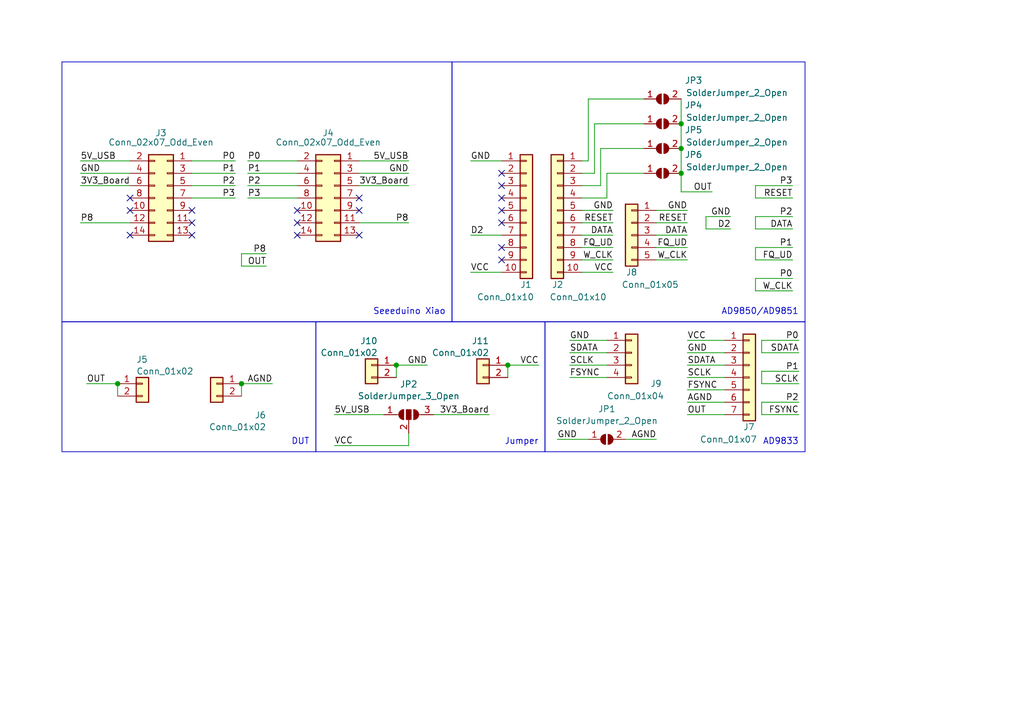
<source format=kicad_sch>
(kicad_sch (version 20230121) (generator eeschema)
  (paper "A5")
  (lib_symbols
    (symbol "Connector_Generic:Conn_01x02" (pin_names (offset 1.016) hide)
      (property "Reference" "J" (at 0 2.54 0))
      (property "Value" "Conn_01x02" (at 0 -5.08 0))
      (symbol "Conn_01x02_1_1"
        (rectangle (start -1.27 -2.413) (end 0 -2.667) (stroke (width 0.1524)))
        (rectangle (start -1.27 0.127) (end 0 -0.127) (stroke (width 0.1524)))
        (rectangle (start -1.27 1.27) (end 1.27 -3.81) (stroke (width 0.254)) (fill (type background)))
        (pin passive line (at -5.08 0 0) (length 3.81) (name "Pin_1") (number "1"))
        (pin passive line (at -5.08 -2.54 0) (length 3.81) (name "Pin_2") (number "2"))
      )
    )
    (symbol "Connector_Generic:Conn_01x04" (pin_names (offset 1.016) hide)
      (property "Reference" "J" (at 0 5.08 0))
      (property "Value" "Conn_01x04" (at 0 -7.62 0))
      (symbol "Conn_01x04_1_1"
        (rectangle (start -1.27 -4.953) (end 0 -5.207) (stroke (width 0.1524)))
        (rectangle (start -1.27 -2.413) (end 0 -2.667) (stroke (width 0.1524)))
        (rectangle (start -1.27 0.127) (end 0 -0.127) (stroke (width 0.1524)))
        (rectangle (start -1.27 2.667) (end 0 2.413) (stroke (width 0.1524)))
        (rectangle (start -1.27 3.81) (end 1.27 -6.35) (stroke (width 0.254)) (fill (type background)))
        (pin passive line (at -5.08 2.54 0) (length 3.81) (name "Pin_1") (number "1"))
        (pin passive line (at -5.08 0 0) (length 3.81) (name "Pin_2") (number "2"))
        (pin passive line (at -5.08 -2.54 0) (length 3.81) (name "Pin_3") (number "3"))
        (pin passive line (at -5.08 -5.08 0) (length 3.81) (name "Pin_4") (number "4"))
      )
    )
    (symbol "Connector_Generic:Conn_01x05" (pin_names (offset 1.016) hide)
      (property "Reference" "J" (at 0 7.62 0))
      (property "Value" "Conn_01x05" (at 0 -7.62 0))
      (symbol "Conn_01x05_1_1"
        (rectangle (start -1.27 -4.953) (end 0 -5.207) (stroke (width 0.1524)))
        (rectangle (start -1.27 -2.413) (end 0 -2.667) (stroke (width 0.1524)))
        (rectangle (start -1.27 0.127) (end 0 -0.127) (stroke (width 0.1524)))
        (rectangle (start -1.27 2.667) (end 0 2.413) (stroke (width 0.1524)))
        (rectangle (start -1.27 5.207) (end 0 4.953) (stroke (width 0.1524)))
        (rectangle (start -1.27 6.35) (end 1.27 -6.35) (stroke (width 0.254)) (fill (type background)))
        (pin passive line (at -5.08 5.08 0) (length 3.81) (name "Pin_1") (number "1"))
        (pin passive line (at -5.08 2.54 0) (length 3.81) (name "Pin_2") (number "2"))
        (pin passive line (at -5.08 0 0) (length 3.81) (name "Pin_3") (number "3"))
        (pin passive line (at -5.08 -2.54 0) (length 3.81) (name "Pin_4") (number "4"))
        (pin passive line (at -5.08 -5.08 0) (length 3.81) (name "Pin_5") (number "5"))
      )
    )
    (symbol "Connector_Generic:Conn_01x07" (pin_names (offset 1.016) hide)
      (property "Reference" "J" (at 0 10.16 0))
      (property "Value" "Conn_01x07" (at 0 -10.16 0))
      (symbol "Conn_01x07_1_1"
        (rectangle (start -1.27 -7.493) (end 0 -7.747) (stroke (width 0.1524)))
        (rectangle (start -1.27 -4.953) (end 0 -5.207) (stroke (width 0.1524)))
        (rectangle (start -1.27 -2.413) (end 0 -2.667) (stroke (width 0.1524)))
        (rectangle (start -1.27 0.127) (end 0 -0.127) (stroke (width 0.1524)))
        (rectangle (start -1.27 2.667) (end 0 2.413) (stroke (width 0.1524)))
        (rectangle (start -1.27 5.207) (end 0 4.953) (stroke (width 0.1524)))
        (rectangle (start -1.27 7.747) (end 0 7.493) (stroke (width 0.1524)))
        (rectangle (start -1.27 8.89) (end 1.27 -8.89) (stroke (width 0.254)) (fill (type background)))
        (pin passive line (at -5.08 7.62 0) (length 3.81) (name "Pin_1") (number "1"))
        (pin passive line (at -5.08 5.08 0) (length 3.81) (name "Pin_2") (number "2"))
        (pin passive line (at -5.08 2.54 0) (length 3.81) (name "Pin_3") (number "3"))
        (pin passive line (at -5.08 0 0) (length 3.81) (name "Pin_4") (number "4"))
        (pin passive line (at -5.08 -2.54 0) (length 3.81) (name "Pin_5") (number "5"))
        (pin passive line (at -5.08 -5.08 0) (length 3.81) (name "Pin_6") (number "6"))
        (pin passive line (at -5.08 -7.62 0) (length 3.81) (name "Pin_7") (number "7"))
      )
    )
    (symbol "Connector_Generic:Conn_01x10" (pin_names (offset 1.016) hide)
      (property "Reference" "J" (at 0 12.7 0))
      (property "Value" "Conn_01x10" (at 0 -15.24 0))
      (symbol "Conn_01x10_1_1"
        (rectangle (start -1.27 -12.573) (end 0 -12.827) (stroke (width 0.1524)))
        (rectangle (start -1.27 -10.033) (end 0 -10.287) (stroke (width 0.1524)))
        (rectangle (start -1.27 -7.493) (end 0 -7.747) (stroke (width 0.1524)))
        (rectangle (start -1.27 -4.953) (end 0 -5.207) (stroke (width 0.1524)))
        (rectangle (start -1.27 -2.413) (end 0 -2.667) (stroke (width 0.1524)))
        (rectangle (start -1.27 0.127) (end 0 -0.127) (stroke (width 0.1524)))
        (rectangle (start -1.27 2.667) (end 0 2.413) (stroke (width 0.1524)))
        (rectangle (start -1.27 5.207) (end 0 4.953) (stroke (width 0.1524)))
        (rectangle (start -1.27 7.747) (end 0 7.493) (stroke (width 0.1524)))
        (rectangle (start -1.27 10.287) (end 0 10.033) (stroke (width 0.1524)))
        (rectangle (start -1.27 11.43) (end 1.27 -13.97) (stroke (width 0.254)) (fill (type background)))
        (pin passive line (at -5.08 10.16 0) (length 3.81) (name "Pin_1") (number "1"))
        (pin passive line (at -5.08 -12.7 0) (length 3.81) (name "Pin_10") (number "10"))
        (pin passive line (at -5.08 7.62 0) (length 3.81) (name "Pin_2") (number "2"))
        (pin passive line (at -5.08 5.08 0) (length 3.81) (name "Pin_3") (number "3"))
        (pin passive line (at -5.08 2.54 0) (length 3.81) (name "Pin_4") (number "4"))
        (pin passive line (at -5.08 0 0) (length 3.81) (name "Pin_5") (number "5"))
        (pin passive line (at -5.08 -2.54 0) (length 3.81) (name "Pin_6") (number "6"))
        (pin passive line (at -5.08 -5.08 0) (length 3.81) (name "Pin_7") (number "7"))
        (pin passive line (at -5.08 -7.62 0) (length 3.81) (name "Pin_8") (number "8"))
        (pin passive line (at -5.08 -10.16 0) (length 3.81) (name "Pin_9") (number "9"))
      )
    )
    (symbol "Connector_Generic:Conn_02x07_Odd_Even" (pin_names (offset 1.016) hide)
      (property "Reference" "J" (at 1.27 10.16 0))
      (property "Value" "Conn_02x07_Odd_Even" (at 1.27 -10.16 0))
      (symbol "Conn_02x07_Odd_Even_1_1"
        (rectangle (start -1.27 -7.493) (end 0 -7.747) (stroke (width 0.1524)))
        (rectangle (start -1.27 -4.953) (end 0 -5.207) (stroke (width 0.1524)))
        (rectangle (start -1.27 -2.413) (end 0 -2.667) (stroke (width 0.1524)))
        (rectangle (start -1.27 0.127) (end 0 -0.127) (stroke (width 0.1524)))
        (rectangle (start -1.27 2.667) (end 0 2.413) (stroke (width 0.1524)))
        (rectangle (start -1.27 5.207) (end 0 4.953) (stroke (width 0.1524)))
        (rectangle (start -1.27 7.747) (end 0 7.493) (stroke (width 0.1524)))
        (rectangle (start -1.27 8.89) (end 3.81 -8.89) (stroke (width 0.254)) (fill (type background)))
        (rectangle (start 3.81 -7.493) (end 2.54 -7.747) (stroke (width 0.1524)))
        (rectangle (start 3.81 -4.953) (end 2.54 -5.207) (stroke (width 0.1524)))
        (rectangle (start 3.81 -2.413) (end 2.54 -2.667) (stroke (width 0.1524)))
        (rectangle (start 3.81 0.127) (end 2.54 -0.127) (stroke (width 0.1524)))
        (rectangle (start 3.81 2.667) (end 2.54 2.413) (stroke (width 0.1524)))
        (rectangle (start 3.81 5.207) (end 2.54 4.953) (stroke (width 0.1524)))
        (rectangle (start 3.81 7.747) (end 2.54 7.493) (stroke (width 0.1524)))
        (pin passive line (at -5.08 7.62 0) (length 3.81) (name "Pin_1") (number "1"))
        (pin passive line (at 7.62 -2.54 180) (length 3.81) (name "Pin_10") (number "10"))
        (pin passive line (at -5.08 -5.08 0) (length 3.81) (name "Pin_11") (number "11"))
        (pin passive line (at 7.62 -5.08 180) (length 3.81) (name "Pin_12") (number "12"))
        (pin passive line (at -5.08 -7.62 0) (length 3.81) (name "Pin_13") (number "13"))
        (pin passive line (at 7.62 -7.62 180) (length 3.81) (name "Pin_14") (number "14"))
        (pin passive line (at 7.62 7.62 180) (length 3.81) (name "Pin_2") (number "2"))
        (pin passive line (at -5.08 5.08 0) (length 3.81) (name "Pin_3") (number "3"))
        (pin passive line (at 7.62 5.08 180) (length 3.81) (name "Pin_4") (number "4"))
        (pin passive line (at -5.08 2.54 0) (length 3.81) (name "Pin_5") (number "5"))
        (pin passive line (at 7.62 2.54 180) (length 3.81) (name "Pin_6") (number "6"))
        (pin passive line (at -5.08 0 0) (length 3.81) (name "Pin_7") (number "7"))
        (pin passive line (at 7.62 0 180) (length 3.81) (name "Pin_8") (number "8"))
        (pin passive line (at -5.08 -2.54 0) (length 3.81) (name "Pin_9") (number "9"))
      )
    )
    (symbol "Jumper:SolderJumper_2_Open" (pin_names (offset 0) hide)
      (property "Reference" "JP" (at 0 2.032 0))
      (property "Value" "SolderJumper_2_Open" (at 0 -2.54 0))
      (symbol "SolderJumper_2_Open_0_1"
        (arc (start -0.254 1.016) (mid -1.2656 0) (end -0.254 -1.016))
        (arc (start -0.254 1.016) (mid -1.2656 0) (end -0.254 -1.016) (fill (type outline)))
        (polyline (pts (xy -0.254 1.016) (xy -0.254 -1.016)))
        (polyline (pts (xy 0.254 1.016) (xy 0.254 -1.016)))
        (arc (start 0.254 -1.016) (mid 1.2656 0) (end 0.254 1.016))
        (arc (start 0.254 -1.016) (mid 1.2656 0) (end 0.254 1.016) (fill (type outline)))
      )
      (symbol "SolderJumper_2_Open_1_1"
        (pin passive line (at -3.81 0 0) (length 2.54) (name "A") (number "1"))
        (pin passive line (at 3.81 0 180) (length 2.54) (name "B") (number "2"))
      )
    )
    (symbol "Jumper:SolderJumper_3_Open" (pin_names (offset 0) hide)
      (property "Reference" "JP" (at -2.54 -2.54 0))
      (property "Value" "SolderJumper_3_Open" (at 0 2.794 0))
      (symbol "SolderJumper_3_Open_0_1"
        (arc (start -1.016 1.016) (mid -2.0276 0) (end -1.016 -1.016))
        (arc (start -1.016 1.016) (mid -2.0276 0) (end -1.016 -1.016) (fill (type outline)))
        (rectangle (start -0.508 1.016) (end 0.508 -1.016) (fill (type outline)))
        (polyline (pts (xy -2.54 0) (xy -2.032 0)))
        (polyline (pts (xy -1.016 1.016) (xy -1.016 -1.016)))
        (polyline (pts (xy 0 -1.27) (xy 0 -1.016)))
        (polyline (pts (xy 1.016 1.016) (xy 1.016 -1.016)))
        (polyline (pts (xy 2.54 0) (xy 2.032 0)))
        (arc (start 1.016 -1.016) (mid 2.0276 0) (end 1.016 1.016))
        (arc (start 1.016 -1.016) (mid 2.0276 0) (end 1.016 1.016) (fill (type outline)))
      )
      (symbol "SolderJumper_3_Open_1_1"
        (pin passive line (at -5.08 0 0) (length 2.54) (name "A") (number "1"))
        (pin passive line (at 0 -3.81 90) (length 2.54) (name "C") (number "2"))
        (pin passive line (at 5.08 0 180) (length 2.54) (name "B") (number "3"))
      )
    )
  )
  (junction (at 139.7 35.56))
  (junction (at 49.53 78.74))
  (junction (at 104.14 74.93))
  (junction (at 139.7 25.4))
  (junction (at 24.13 78.74))
  (junction (at 81.28 74.93))
  (junction (at 139.7 30.48))
  (no_connect (at 39.37 45.72))
  (no_connect (at 60.96 48.26))
  (no_connect (at 26.67 48.26))
  (no_connect (at 73.66 43.18))
  (no_connect (at 60.96 43.18))
  (no_connect (at 102.87 50.8))
  (no_connect (at 102.87 45.72))
  (no_connect (at 102.87 35.56))
  (no_connect (at 102.87 53.34))
  (no_connect (at 39.37 48.26))
  (no_connect (at 73.66 48.26))
  (no_connect (at 102.87 38.1))
  (no_connect (at 73.66 40.64))
  (no_connect (at 39.37 43.18))
  (no_connect (at 102.87 43.18))
  (no_connect (at 102.87 40.64))
  (no_connect (at 60.96 45.72))
  (no_connect (at 26.67 43.18))
  (no_connect (at 26.67 40.64))
  (wire (pts (xy 154.94 44.45) (xy 162.56 44.45)))
  (wire (pts (xy 119.38 43.18) (xy 125.73 43.18)))
  (wire (pts (xy 144.78 46.99) (xy 144.78 44.45)))
  (wire (pts (xy 104.14 74.93) (xy 104.14 77.47)))
  (wire (pts (xy 163.83 85.09) (xy 156.21 85.09)))
  (wire (pts (xy 119.38 55.88) (xy 125.73 55.88)))
  (wire (pts (xy 81.28 74.93) (xy 87.63 74.93)))
  (wire (pts (xy 140.97 74.93) (xy 148.59 74.93)))
  (wire (pts (xy 154.94 46.99) (xy 154.94 44.45)))
  (wire (pts (xy 139.7 25.4) (xy 139.7 30.48)))
  (wire (pts (xy 73.66 38.1) (xy 83.82 38.1)))
  (wire (pts (xy 96.52 48.26) (xy 102.87 48.26)))
  (wire (pts (xy 49.53 54.61) (xy 49.53 52.07)))
  (wire (pts (xy 39.37 33.02) (xy 48.26 33.02)))
  (wire (pts (xy 139.7 39.37) (xy 139.7 35.56)))
  (wire (pts (xy 119.38 40.64) (xy 124.46 40.64)))
  (wire (pts (xy 68.58 91.44) (xy 83.82 91.44)))
  (wire (pts (xy 16.51 38.1) (xy 26.67 38.1)))
  (wire (pts (xy 121.92 25.4) (xy 132.08 25.4)))
  (wire (pts (xy 120.65 20.32) (xy 132.08 20.32)))
  (wire (pts (xy 54.61 54.61) (xy 49.53 54.61)))
  (wire (pts (xy 114.3 90.17) (xy 120.65 90.17)))
  (wire (pts (xy 154.94 59.69) (xy 154.94 57.15)))
  (wire (pts (xy 50.8 35.56) (xy 60.96 35.56)))
  (wire (pts (xy 128.27 90.17) (xy 134.62 90.17)))
  (wire (pts (xy 116.84 77.47) (xy 124.46 77.47)))
  (wire (pts (xy 96.52 55.88) (xy 102.87 55.88)))
  (wire (pts (xy 121.92 35.56) (xy 121.92 25.4)))
  (wire (pts (xy 16.51 35.56) (xy 26.67 35.56)))
  (wire (pts (xy 134.62 53.34) (xy 140.97 53.34)))
  (wire (pts (xy 81.28 74.93) (xy 81.28 77.47)))
  (wire (pts (xy 156.21 72.39) (xy 156.21 69.85)))
  (wire (pts (xy 50.8 33.02) (xy 60.96 33.02)))
  (wire (pts (xy 156.21 69.85) (xy 163.83 69.85)))
  (wire (pts (xy 83.82 91.44) (xy 83.82 88.9)))
  (wire (pts (xy 163.83 72.39) (xy 156.21 72.39)))
  (wire (pts (xy 146.05 39.37) (xy 139.7 39.37)))
  (wire (pts (xy 50.8 38.1) (xy 60.96 38.1)))
  (wire (pts (xy 140.97 82.55) (xy 148.59 82.55)))
  (wire (pts (xy 156.21 76.2) (xy 163.83 76.2)))
  (wire (pts (xy 156.21 82.55) (xy 163.83 82.55)))
  (wire (pts (xy 163.83 78.74) (xy 156.21 78.74)))
  (wire (pts (xy 68.58 85.09) (xy 78.74 85.09)))
  (wire (pts (xy 139.7 20.32) (xy 139.7 25.4)))
  (wire (pts (xy 119.38 35.56) (xy 121.92 35.56)))
  (wire (pts (xy 123.19 38.1) (xy 123.19 30.48)))
  (wire (pts (xy 88.9 85.09) (xy 100.33 85.09)))
  (wire (pts (xy 96.52 33.02) (xy 102.87 33.02)))
  (wire (pts (xy 123.19 30.48) (xy 132.08 30.48)))
  (wire (pts (xy 162.56 59.69) (xy 154.94 59.69)))
  (wire (pts (xy 49.53 78.74) (xy 49.53 81.28)))
  (wire (pts (xy 39.37 40.64) (xy 48.26 40.64)))
  (wire (pts (xy 140.97 72.39) (xy 148.59 72.39)))
  (wire (pts (xy 73.66 35.56) (xy 83.82 35.56)))
  (wire (pts (xy 119.38 45.72) (xy 125.73 45.72)))
  (wire (pts (xy 154.94 57.15) (xy 162.56 57.15)))
  (wire (pts (xy 119.38 48.26) (xy 125.73 48.26)))
  (wire (pts (xy 119.38 38.1) (xy 123.19 38.1)))
  (wire (pts (xy 104.14 74.93) (xy 110.49 74.93)))
  (wire (pts (xy 154.94 40.64) (xy 154.94 38.1)))
  (wire (pts (xy 119.38 53.34) (xy 125.73 53.34)))
  (wire (pts (xy 116.84 72.39) (xy 124.46 72.39)))
  (wire (pts (xy 140.97 69.85) (xy 148.59 69.85)))
  (wire (pts (xy 134.62 43.18) (xy 140.97 43.18)))
  (wire (pts (xy 119.38 33.02) (xy 120.65 33.02)))
  (wire (pts (xy 73.66 33.02) (xy 83.82 33.02)))
  (wire (pts (xy 134.62 48.26) (xy 140.97 48.26)))
  (wire (pts (xy 139.7 30.48) (xy 139.7 35.56)))
  (wire (pts (xy 149.86 46.99) (xy 144.78 46.99)))
  (wire (pts (xy 162.56 46.99) (xy 154.94 46.99)))
  (wire (pts (xy 134.62 50.8) (xy 140.97 50.8)))
  (wire (pts (xy 154.94 50.8) (xy 162.56 50.8)))
  (wire (pts (xy 140.97 80.01) (xy 148.59 80.01)))
  (wire (pts (xy 134.62 45.72) (xy 140.97 45.72)))
  (wire (pts (xy 154.94 53.34) (xy 154.94 50.8)))
  (wire (pts (xy 16.51 45.72) (xy 26.67 45.72)))
  (wire (pts (xy 120.65 33.02) (xy 120.65 20.32)))
  (wire (pts (xy 39.37 35.56) (xy 48.26 35.56)))
  (wire (pts (xy 49.53 78.74) (xy 55.88 78.74)))
  (wire (pts (xy 116.84 69.85) (xy 124.46 69.85)))
  (wire (pts (xy 119.38 50.8) (xy 125.73 50.8)))
  (wire (pts (xy 39.37 38.1) (xy 48.26 38.1)))
  (wire (pts (xy 162.56 40.64) (xy 154.94 40.64)))
  (wire (pts (xy 16.51 33.02) (xy 26.67 33.02)))
  (wire (pts (xy 140.97 77.47) (xy 148.59 77.47)))
  (wire (pts (xy 83.82 45.72) (xy 73.66 45.72)))
  (wire (pts (xy 154.94 38.1) (xy 162.56 38.1)))
  (wire (pts (xy 49.53 52.07) (xy 54.61 52.07)))
  (wire (pts (xy 144.78 44.45) (xy 149.86 44.45)))
  (wire (pts (xy 116.84 74.93) (xy 124.46 74.93)))
  (wire (pts (xy 156.21 78.74) (xy 156.21 76.2)))
  (wire (pts (xy 50.8 40.64) (xy 60.96 40.64)))
  (wire (pts (xy 140.97 85.09) (xy 148.59 85.09)))
  (wire (pts (xy 124.46 35.56) (xy 132.08 35.56)))
  (wire (pts (xy 17.78 78.74) (xy 24.13 78.74)))
  (wire (pts (xy 124.46 40.64) (xy 124.46 35.56)))
  (wire (pts (xy 156.21 85.09) (xy 156.21 82.55)))
  (wire (pts (xy 162.56 53.34) (xy 154.94 53.34)))
  (wire (pts (xy 24.13 78.74) (xy 24.13 81.28)))
  (rectangle (start 111.76 66.04) (end 165.1 92.71))
  (rectangle (start 64.77 66.04) (end 111.76 92.71))
  (rectangle (start 12.7 66.04) (end 64.77 92.71))
  (rectangle (start 92.71 12.7) (end 165.1 66.04))
  (rectangle (start 12.7 12.7) (end 92.71 66.04))
  (text "Jumper" (at 110.49 91.44 0) (effects (font (size 1.27 1.27)) (justify right bottom)))
  (text "AD9833" (at 163.83 91.44 0) (effects (font (size 1.27 1.27)) (justify right bottom)))
  (text "AD9850/AD9851" (at 163.83 64.77 0) (effects (font (size 1.27 1.27)) (justify right bottom)))
  (text "DUT" (at 63.5 91.44 0) (effects (font (size 1.27 1.27)) (justify right bottom)))
  (text "Seeeduino Xiao" (at 91.44 64.77 0) (effects (font (size 1.27 1.27)) (justify right bottom)))
  (label "P3" (at 162.56 38.1 180))
  (label "P2" (at 48.26 38.1 180))
  (label "SCLK" (at 140.97 77.47 0))
  (label "5V_USB" (at 83.82 33.02 180))
  (label "AGND" (at 140.97 82.55 0))
  (label "P8" (at 83.82 45.72 180))
  (label "W_CLK" (at 162.56 59.69 180))
  (label "SDATA" (at 163.83 72.39 180))
  (label "FQ_UD" (at 140.97 50.8 180))
  (label "P3" (at 50.8 40.64 0))
  (label "SCLK" (at 163.83 78.74 180))
  (label "DATA" (at 140.97 48.26 180))
  (label "SDATA" (at 116.84 72.39 0))
  (label "GND" (at 83.82 35.56 180))
  (label "5V_USB" (at 16.51 33.02 0))
  (label "VCC" (at 96.52 55.88 0))
  (label "P0" (at 48.26 33.02 180))
  (label "VCC" (at 110.49 74.93 180))
  (label "OUT" (at 146.05 39.37 180))
  (label "P0" (at 50.8 33.02 0))
  (label "3V3_Board" (at 100.33 85.09 180))
  (label "OUT" (at 17.78 78.74 0))
  (label "SCLK" (at 116.84 74.93 0))
  (label "FSYNC" (at 140.97 80.01 0))
  (label "FSYNC" (at 116.84 77.47 0))
  (label "D2" (at 96.52 48.26 0))
  (label "GND" (at 125.73 43.18 180))
  (label "GND" (at 116.84 69.85 0))
  (label "P1" (at 50.8 35.56 0))
  (label "GND" (at 16.51 35.56 0))
  (label "P8" (at 16.51 45.72 0))
  (label "GND" (at 140.97 43.18 180))
  (label "W_CLK" (at 125.73 53.34 180))
  (label "RESET" (at 140.97 45.72 180))
  (label "P1" (at 162.56 50.8 180))
  (label "P2" (at 50.8 38.1 0))
  (label "OUT" (at 54.61 54.61 180))
  (label "DATA" (at 162.56 46.99 180))
  (label "P1" (at 48.26 35.56 180))
  (label "SDATA" (at 140.97 74.93 0))
  (label "DATA" (at 125.73 48.26 180))
  (label "GND" (at 114.3 90.17 0))
  (label "GND" (at 87.63 74.93 180))
  (label "P0" (at 162.56 57.15 180))
  (label "5V_USB" (at 68.58 85.09 0))
  (label "3V3_Board" (at 83.82 38.1 180))
  (label "P2" (at 163.83 82.55 180))
  (label "W_CLK" (at 140.97 53.34 180))
  (label "3V3_Board" (at 16.51 38.1 0))
  (label "FQ_UD" (at 162.56 53.34 180))
  (label "FSYNC" (at 163.83 85.09 180))
  (label "VCC" (at 68.58 91.44 0))
  (label "GND" (at 96.52 33.02 0))
  (label "VCC" (at 125.73 55.88 180))
  (label "P3" (at 48.26 40.64 180))
  (label "GND" (at 149.86 44.45 180))
  (label "D2" (at 149.86 46.99 180))
  (label "OUT" (at 140.97 85.09 0))
  (label "RESET" (at 125.73 45.72 180))
  (label "P2" (at 162.56 44.45 180))
  (label "P0" (at 163.83 69.85 180))
  (label "P8" (at 54.61 52.07 180))
  (label "VCC" (at 140.97 69.85 0))
  (label "FQ_UD" (at 125.73 50.8 180))
  (label "GND" (at 140.97 72.39 0))
  (label "P1" (at 163.83 76.2 180))
  (label "AGND" (at 134.62 90.17 180))
  (label "RESET" (at 162.56 40.64 180))
  (label "AGND" (at 55.88 78.74 180))
  (symbol (lib_id "Connector_Generic:Conn_01x02") (at 99.06 74.93 0) (mirror y) (unit 1)
    (property "Reference" "J11" (at 100.33 69.9658 0) (effects (justify left)))
    (property "Value" "Conn_01x02" (at 100.33 72.39 0) (effects (justify left)))
    (property "Footprint" "Connector_PinHeader_2.54mm:PinHeader_1x02_P2.54mm_Vertical" (effects hide))
  )
  (symbol (lib_id "Jumper:SolderJumper_2_Open") (at 124.46 90.17 0) (unit 1)
    (property "Reference" "JP1" (at 124.46 83.9358 0))
    (property "Value" "SolderJumper_2_Open" (at 124.46 86.36 0))
    (property "Footprint" "Jumper:SolderJumper-2_P1.3mm_Open_RoundedPad1.0x1.5mm" (effects hide))
  )
  (symbol (lib_id "Connector_Generic:Conn_01x04") (at 129.54 72.39 0) (unit 1)
    (property "Reference" "J9" (at 133.35 78.74 0) (effects (justify left)))
    (property "Value" "Conn_01x04" (at 124.46 81.28 0) (effects (justify left)))
    (property "Footprint" "Connector_PinHeader_2.54mm:PinHeader_1x04_P2.54mm_Vertical" (effects hide))
  )
  (symbol (lib_id "Jumper:SolderJumper_2_Open") (at 135.89 25.4 0) (unit 1)
    (property "Reference" "JP4" (at 142.24 21.59 0))
    (property "Value" "SolderJumper_2_Open" (at 151.13 24.13 0))
    (property "Footprint" "Jumper:SolderJumper-2_P1.3mm_Open_RoundedPad1.0x1.5mm" (effects hide))
  )
  (symbol (lib_id "Connector_Generic:Conn_02x07_Odd_Even") (at 34.29 40.64 0) (mirror y) (unit 1)
    (property "Reference" "J3" (at 33.02 27.289 0))
    (property "Value" "Conn_02x07_Odd_Even" (at 33.02 29.21 0))
    (property "Footprint" "Connector_PinSocket_2.54mm:PinSocket_2x07_P2.54mm_Vertical" (effects hide))
  )
  (symbol (lib_id "Connector_Generic:Conn_01x07") (at 153.67 77.47 0) (unit 1)
    (property "Reference" "J7" (at 152.4 87.63 0) (effects (justify left)))
    (property "Value" "Conn_01x07" (at 143.51 90.17 0) (effects (justify left)))
    (property "Footprint" "Connector_PinSocket_2.54mm:PinSocket_1x07_P2.54mm_Vertical" (effects hide))
  )
  (symbol (lib_id "Jumper:SolderJumper_2_Open") (at 135.89 35.56 0) (unit 1)
    (property "Reference" "JP6" (at 142.24 31.75 0))
    (property "Value" "SolderJumper_2_Open" (at 151.13 34.29 0))
    (property "Footprint" "Jumper:SolderJumper-2_P1.3mm_Open_RoundedPad1.0x1.5mm" (effects hide))
  )
  (symbol (lib_id "Jumper:SolderJumper_2_Open") (at 135.89 20.32 0) (unit 1)
    (property "Reference" "JP3" (at 142.24 16.51 0))
    (property "Value" "SolderJumper_2_Open" (at 151.13 19.05 0))
    (property "Footprint" "Jumper:SolderJumper-2_P1.3mm_Open_RoundedPad1.0x1.5mm" (effects hide))
  )
  (symbol (lib_id "Connector_Generic:Conn_01x02") (at 44.45 78.74 0) (mirror y) (unit 1)
    (property "Reference" "J6" (at 54.61 85.2058 0) (effects (justify left)))
    (property "Value" "Conn_01x02" (at 54.61 87.63 0) (effects (justify left)))
    (property "Footprint" "Connector_PinSocket_2.54mm:PinSocket_1x02_P2.54mm_Vertical" (effects hide))
  )
  (symbol (lib_id "Jumper:SolderJumper_3_Open") (at 83.82 85.09 0) (unit 1)
    (property "Reference" "JP2" (at 83.82 78.8558 0))
    (property "Value" "SolderJumper_3_Open" (at 83.82 81.28 0))
    (property "Footprint" "Jumper:SolderJumper-3_P1.3mm_Open_RoundedPad1.0x1.5mm" (effects hide))
  )
  (symbol (lib_id "Connector_Generic:Conn_02x07_Odd_Even") (at 68.58 40.64 0) (mirror y) (unit 1)
    (property "Reference" "J4" (at 67.31 27.289 0))
    (property "Value" "Conn_02x07_Odd_Even" (at 67.31 29.21 0))
    (property "Footprint" "Connector_PinSocket_2.54mm:PinSocket_2x07_P2.54mm_Vertical" (effects hide))
  )
  (symbol (lib_id "Connector_Generic:Conn_01x02") (at 76.2 74.93 0) (mirror y) (unit 1)
    (property "Reference" "J10" (at 77.47 69.9658 0) (effects (justify left)))
    (property "Value" "Conn_01x02" (at 77.47 72.39 0) (effects (justify left)))
    (property "Footprint" "Connector_PinHeader_2.54mm:PinHeader_1x02_P2.54mm_Vertical" (effects hide))
  )
  (symbol (lib_id "Connector_Generic:Conn_01x05") (at 129.54 48.26 0) (mirror y) (unit 1)
    (property "Reference" "J8" (at 129.54 55.88 0))
    (property "Value" "Conn_01x05" (at 133.35 58.42 0))
    (property "Footprint" "Connector_PinHeader_2.54mm:PinHeader_1x05_P2.54mm_Vertical" (effects hide))
  )
  (symbol (lib_id "Connector_Generic:Conn_01x10") (at 114.3 43.18 0) (mirror y) (unit 1)
    (property "Reference" "J2" (at 115.57 58.42 0) (effects (justify left)))
    (property "Value" "Conn_01x10" (at 124.46 60.96 0) (effects (justify left)))
    (property "Footprint" "Connector_PinSocket_2.54mm:PinSocket_1x10_P2.54mm_Vertical" (effects hide))
  )
  (symbol (lib_id "Jumper:SolderJumper_2_Open") (at 135.89 30.48 0) (unit 1)
    (property "Reference" "JP5" (at 142.24 26.67 0))
    (property "Value" "SolderJumper_2_Open" (at 151.13 29.21 0))
    (property "Footprint" "Jumper:SolderJumper-2_P1.3mm_Open_RoundedPad1.0x1.5mm" (effects hide))
  )
  (symbol (lib_id "Connector_Generic:Conn_01x02") (at 29.21 78.74 0) (unit 1)
    (property "Reference" "J5" (at 27.94 73.7758 0) (effects (justify left)))
    (property "Value" "Conn_01x02" (at 27.94 76.2 0) (effects (justify left)))
    (property "Footprint" "Connector_PinSocket_2.54mm:PinSocket_1x02_P2.54mm_Vertical" (effects hide))
  )
  (symbol (lib_id "Connector_Generic:Conn_01x10") (at 107.95 43.18 0) (unit 1)
    (property "Reference" "J1" (at 106.68 58.42 0) (effects (justify left)))
    (property "Value" "Conn_01x10" (at 97.79 60.96 0) (effects (justify left)))
    (property "Footprint" "Connector_PinSocket_2.54mm:PinSocket_1x10_P2.54mm_Vertical" (effects hide))
  )
)
</source>
